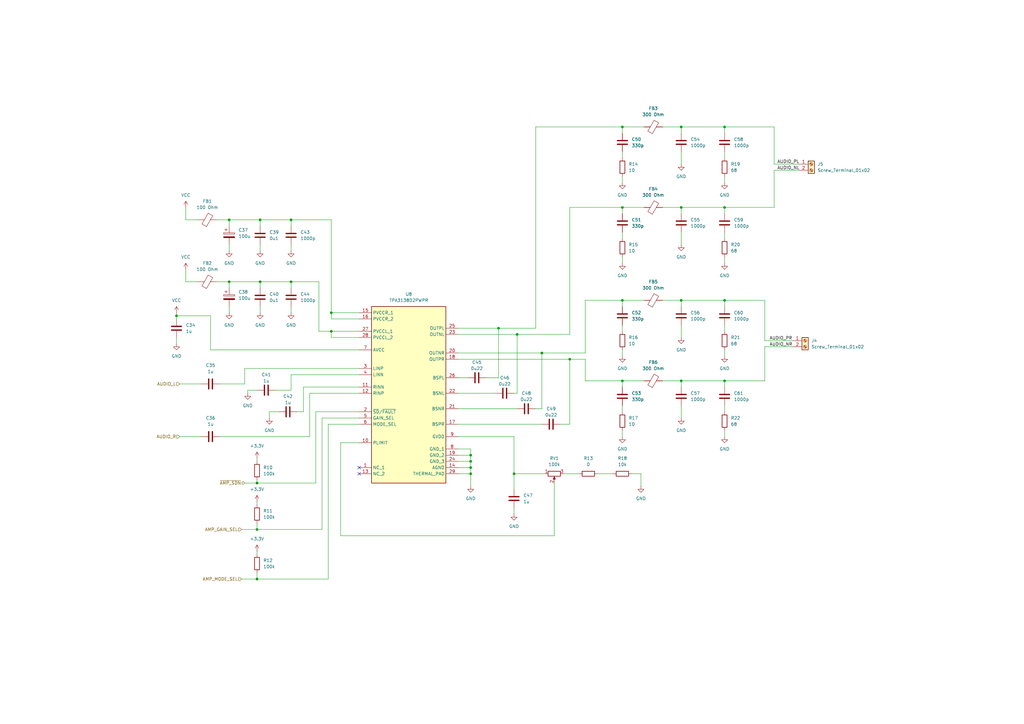
<source format=kicad_sch>
(kicad_sch (version 20230121) (generator eeschema)
  (paper "A3")
  (lib_symbols
    (symbol "Connector:Screw_Terminal_01x02" (pin_names (offset 1.016) hide)
      (property "Reference" "J" (at 0 2.54 0))
      (property "Value" "Screw_Terminal_01x02" (at 0 -5.08 0))
      (symbol "Screw_Terminal_01x02_1_1"
        (rectangle (start -1.27 1.27) (end 1.27 -3.81) (stroke (width 0.254)) (fill (type background)))
        (circle (center 0 -2.54) (radius 0.635) (stroke (width 0.1524)))
        (polyline (pts (xy -0.5334 -2.2098) (xy 0.3302 -3.048)) (stroke (width 0.1524)))
        (polyline (pts (xy -0.5334 0.3302) (xy 0.3302 -0.508)) (stroke (width 0.1524)))
        (polyline (pts (xy -0.3556 -2.032) (xy 0.508 -2.8702)) (stroke (width 0.1524)))
        (polyline (pts (xy -0.3556 0.508) (xy 0.508 -0.3302)) (stroke (width 0.1524)))
        (circle (center 0 0) (radius 0.635) (stroke (width 0.1524)))
        (pin passive line (at -5.08 0 0) (length 3.81) (name "Pin_1") (number "1"))
        (pin passive line (at -5.08 -2.54 0) (length 3.81) (name "Pin_2") (number "2"))
      )
    )
    (symbol "Device:C" (pin_numbers hide) (pin_names (offset 0.254))
      (property "Reference" "C" (at 0.635 2.54 0))
      (property "Value" "C" (at 0.635 -2.54 0))
      (symbol "C_0_1"
        (polyline (pts (xy -2.032 -0.762) (xy 2.032 -0.762)) (stroke (width 0.508)))
        (polyline (pts (xy -2.032 0.762) (xy 2.032 0.762)) (stroke (width 0.508)))
      )
      (symbol "C_1_1"
        (pin passive line (at 0 3.81 270) (length 2.794) (name "~") (number "1"))
        (pin passive line (at 0 -3.81 90) (length 2.794) (name "~") (number "2"))
      )
    )
    (symbol "Device:C_Polarized" (pin_numbers hide) (pin_names (offset 0.254))
      (property "Reference" "C" (at 0.635 2.54 0))
      (property "Value" "C_Polarized" (at 0.635 -2.54 0))
      (symbol "C_Polarized_0_1"
        (rectangle (start -2.286 0.508) (end 2.286 1.016))
        (polyline (pts (xy -1.778 2.286) (xy -0.762 2.286)))
        (polyline (pts (xy -1.27 2.794) (xy -1.27 1.778)))
        (rectangle (start 2.286 -0.508) (end -2.286 -1.016) (fill (type outline)))
      )
      (symbol "C_Polarized_1_1"
        (pin passive line (at 0 3.81 270) (length 2.794) (name "~") (number "1"))
        (pin passive line (at 0 -3.81 90) (length 2.794) (name "~") (number "2"))
      )
    )
    (symbol "Device:FerriteBead" (pin_numbers hide) (pin_names (offset 0))
      (property "Reference" "FB" (at -3.81 0.635 90))
      (property "Value" "FerriteBead" (at 3.81 0 90))
      (symbol "FerriteBead_0_1"
        (polyline (pts (xy 0 -1.27) (xy 0 -1.2192)))
        (polyline (pts (xy 0 1.27) (xy 0 1.2954)))
        (polyline (pts (xy -2.7686 0.4064) (xy -1.7018 2.2606) (xy 2.7686 -0.3048) (xy 1.6764 -2.159) (xy -2.7686 0.4064)))
      )
      (symbol "FerriteBead_1_1"
        (pin passive line (at 0 3.81 270) (length 2.54) (name "~") (number "1"))
        (pin passive line (at 0 -3.81 90) (length 2.54) (name "~") (number "2"))
      )
    )
    (symbol "Device:R" (pin_numbers hide) (pin_names (offset 0))
      (property "Reference" "R" (at 2.032 0 90))
      (property "Value" "R" (at 0 0 90))
      (symbol "R_0_1"
        (rectangle (start -1.016 -2.54) (end 1.016 2.54) (stroke (width 0.254)))
      )
      (symbol "R_1_1"
        (pin passive line (at 0 3.81 270) (length 1.27) (name "~") (number "1"))
        (pin passive line (at 0 -3.81 90) (length 1.27) (name "~") (number "2"))
      )
    )
    (symbol "Device:R_Potentiometer" (pin_names (offset 1.016) hide)
      (property "Reference" "RV" (at -4.445 0 90))
      (property "Value" "R_Potentiometer" (at -2.54 0 90))
      (symbol "R_Potentiometer_0_1"
        (polyline (pts (xy 2.54 0) (xy 1.524 0)))
        (polyline (pts (xy 1.143 0) (xy 2.286 0.508) (xy 2.286 -0.508) (xy 1.143 0)) (fill (type outline)))
        (rectangle (start 1.016 2.54) (end -1.016 -2.54) (stroke (width 0.254)))
      )
      (symbol "R_Potentiometer_1_1"
        (pin passive line (at 0 3.81 270) (length 1.27) (name "1") (number "1"))
        (pin passive line (at 3.81 0 180) (length 1.27) (name "2") (number "2"))
        (pin passive line (at 0 -3.81 90) (length 1.27) (name "3") (number "3"))
      )
    )
    (symbol "TPA3138D2PWPR_1"
      (property "Reference" "U" (at -15.24 40.64 0))
      (property "Value" "TPA3138D2PWPR" (at -15.24 38.1 0))
      (symbol "TPA3138D2PWPR_1_1_1"
        (rectangle (start -15.24 35.56) (end 15.24 -36.83) (stroke (width 0.254)) (fill (type background)))
        (pin passive line (at -20.32 -30.48 0) (length 5.08) (name "NC_1") (number "1"))
        (pin passive line (at -20.32 -20.32 0) (length 5.08) (name "PLIMIT") (number "10"))
        (pin passive line (at -20.32 2.54 0) (length 5.08) (name "RINN") (number "11"))
        (pin passive line (at -20.32 0 0) (length 5.08) (name "RINP") (number "12"))
        (pin passive line (at -20.32 -33.02 0) (length 5.08) (name "NC_2") (number "13"))
        (pin passive line (at 20.32 -30.48 180) (length 5.08) (name "AGND") (number "14"))
        (pin passive line (at -20.32 33.02 0) (length 5.08) (name "PVCCR_1") (number "15"))
        (pin passive line (at -20.32 30.48 0) (length 5.08) (name "PVCCR_2") (number "16"))
        (pin passive line (at 20.32 -12.7 180) (length 5.08) (name "BSPR") (number "17"))
        (pin passive line (at 20.32 13.97 180) (length 5.08) (name "OUTPR") (number "18"))
        (pin passive line (at 20.32 -25.4 180) (length 5.08) (name "GND_2") (number "19"))
        (pin passive line (at -20.32 -7.62 0) (length 5.08) (name "~{SD}/~{FAULT}") (number "2"))
        (pin passive line (at 20.32 16.51 180) (length 5.08) (name "OUTNR") (number "20"))
        (pin passive line (at 20.32 -6.35 180) (length 5.08) (name "BSNR") (number "21"))
        (pin passive line (at 20.32 0 180) (length 5.08) (name "BSNL") (number "22"))
        (pin passive line (at 20.32 24.13 180) (length 5.08) (name "OUTNL") (number "23"))
        (pin passive line (at 20.32 -27.94 180) (length 5.08) (name "GND_3") (number "24"))
        (pin passive line (at 20.32 26.67 180) (length 5.08) (name "OUTPL") (number "25"))
        (pin passive line (at 20.32 6.35 180) (length 5.08) (name "BSPL") (number "26"))
        (pin passive line (at -20.32 25.4 0) (length 5.08) (name "PVCCL_1") (number "27"))
        (pin passive line (at -20.32 22.86 0) (length 5.08) (name "PVCCL_2") (number "28"))
        (pin passive line (at 20.32 -33.02 180) (length 5.08) (name "THERMAL_PAD") (number "29"))
        (pin passive line (at -20.32 10.16 0) (length 5.08) (name "LINP") (number "3"))
        (pin passive line (at -20.32 7.62 0) (length 5.08) (name "LINN") (number "4"))
        (pin passive line (at -20.32 -10.16 0) (length 5.08) (name "GAIN_SEL") (number "5"))
        (pin passive line (at -20.32 -12.7 0) (length 5.08) (name "MODE_SEL") (number "6"))
        (pin passive line (at -20.32 17.78 0) (length 5.08) (name "AVCC") (number "7"))
        (pin passive line (at 20.32 -22.86 180) (length 5.08) (name "GND_1") (number "8"))
        (pin passive line (at 20.32 -17.78 180) (length 5.08) (name "GVDD") (number "9"))
      )
    )
    (symbol "power:+3.3V" (power) (pin_names (offset 0))
      (property "Value" "+3.3V" (at 0 3.556 0))
      (symbol "+3.3V_0_1"
        (polyline (pts (xy -0.762 1.27) (xy 0 2.54)))
        (polyline (pts (xy 0 0) (xy 0 2.54)))
        (polyline (pts (xy 0 2.54) (xy 0.762 1.27)))
      )
      (symbol "+3.3V_1_1"
        (pin power_in line (at 0 0 90) (length 0) hide (name "+3.3V") (number "1"))
      )
    )
    (symbol "power:GND" (power) (pin_names (offset 0))
      (property "Value" "GND" (at 0 -3.81 0))
      (symbol "GND_0_1"
        (polyline (pts (xy 0 0) (xy 0 -1.27) (xy 1.27 -1.27) (xy 0 -2.54) (xy -1.27 -1.27) (xy 0 -1.27)))
      )
      (symbol "GND_1_1"
        (pin power_in line (at 0 0 270) (length 0) hide (name "GND") (number "1"))
      )
    )
    (symbol "power:VCC" (power) (pin_names (offset 0))
      (property "Value" "VCC" (at 0 3.81 0))
      (symbol "VCC_0_1"
        (polyline (pts (xy -0.762 1.27) (xy 0 2.54)))
        (polyline (pts (xy 0 0) (xy 0 2.54)))
        (polyline (pts (xy 0 2.54) (xy 0.762 1.27)))
      )
      (symbol "VCC_1_1"
        (pin power_in line (at 0 0 90) (length 0) hide (name "VCC") (number "1"))
      )
    )
  )
  (junction (at 233.68 147.32))
  (junction (at 193.04 191.77))
  (junction (at 106.68 115.57))
  (junction (at 255.27 123.19))
  (junction (at 279.4 123.19))
  (junction (at 297.18 52.07))
  (junction (at 204.47 134.62))
  (junction (at 297.18 156.21))
  (junction (at 193.04 189.23))
  (junction (at 279.4 52.07))
  (junction (at 297.18 123.19))
  (junction (at 193.04 194.31))
  (junction (at 105.41 198.12))
  (junction (at 135.89 128.27))
  (junction (at 119.38 115.57))
  (junction (at 222.25 144.78))
  (junction (at 279.4 156.21))
  (junction (at 193.04 186.69))
  (junction (at 105.41 237.49))
  (junction (at 135.89 135.89))
  (junction (at 255.27 156.21))
  (junction (at 255.27 52.07))
  (junction (at 255.27 85.09))
  (junction (at 210.82 194.31))
  (junction (at 279.4 85.09))
  (junction (at 297.18 85.09))
  (junction (at 106.68 90.17))
  (junction (at 105.41 217.17))
  (junction (at 119.38 90.17))
  (junction (at 93.98 115.57))
  (junction (at 72.39 129.54))
  (junction (at 93.98 90.17))
  (junction (at 212.09 137.16))
  (no_connect (at 147.32 194.31))
  (no_connect (at 147.32 191.77))
  (wire (pts (xy 233.68 173.99) (xy 233.68 147.32)))
  (wire (pts (xy 187.96 189.23) (xy 193.04 189.23)))
  (wire (pts (xy 119.38 128.27) (xy 119.38 125.73)))
  (wire (pts (xy 262.89 194.31) (xy 262.89 199.39)))
  (wire (pts (xy 212.09 161.29) (xy 212.09 137.16)))
  (wire (pts (xy 187.96 137.16) (xy 212.09 137.16)))
  (wire (pts (xy 130.81 135.89) (xy 135.89 135.89)))
  (wire (pts (xy 187.96 154.94) (xy 191.77 154.94)))
  (wire (pts (xy 105.41 217.17) (xy 99.06 217.17)))
  (wire (pts (xy 279.4 52.07) (xy 279.4 54.61)))
  (wire (pts (xy 135.89 130.81) (xy 135.89 128.27)))
  (wire (pts (xy 297.18 123.19) (xy 279.4 123.19)))
  (wire (pts (xy 139.7 219.71) (xy 227.33 219.71)))
  (wire (pts (xy 210.82 194.31) (xy 210.82 200.66)))
  (wire (pts (xy 76.2 85.09) (xy 76.2 90.17)))
  (wire (pts (xy 240.03 147.32) (xy 240.03 156.21)))
  (wire (pts (xy 327.66 69.85) (xy 317.5 69.85)))
  (wire (pts (xy 317.5 69.85) (xy 317.5 85.09)))
  (wire (pts (xy 264.16 156.21) (xy 255.27 156.21)))
  (wire (pts (xy 233.68 85.09) (xy 255.27 85.09)))
  (wire (pts (xy 90.17 179.07) (xy 127 179.07)))
  (wire (pts (xy 204.47 134.62) (xy 219.71 134.62)))
  (wire (pts (xy 317.5 67.31) (xy 317.5 52.07)))
  (wire (pts (xy 135.89 138.43) (xy 147.32 138.43)))
  (wire (pts (xy 106.68 125.73) (xy 106.68 128.27)))
  (wire (pts (xy 279.4 123.19) (xy 279.4 125.73)))
  (wire (pts (xy 119.38 92.71) (xy 119.38 90.17)))
  (wire (pts (xy 147.32 128.27) (xy 135.89 128.27)))
  (wire (pts (xy 219.71 52.07) (xy 255.27 52.07)))
  (wire (pts (xy 86.36 129.54) (xy 86.36 143.51)))
  (wire (pts (xy 121.92 168.91) (xy 124.46 168.91)))
  (wire (pts (xy 317.5 85.09) (xy 297.18 85.09)))
  (wire (pts (xy 255.27 95.25) (xy 255.27 97.79)))
  (wire (pts (xy 297.18 105.41) (xy 297.18 107.95)))
  (wire (pts (xy 130.81 135.89) (xy 130.81 115.57)))
  (wire (pts (xy 106.68 118.11) (xy 106.68 115.57)))
  (wire (pts (xy 106.68 92.71) (xy 106.68 90.17)))
  (wire (pts (xy 124.46 168.91) (xy 124.46 158.75)))
  (wire (pts (xy 279.4 85.09) (xy 279.4 87.63)))
  (wire (pts (xy 119.38 153.67) (xy 119.38 160.02)))
  (wire (pts (xy 279.4 156.21) (xy 279.4 158.75)))
  (wire (pts (xy 119.38 102.87) (xy 119.38 100.33)))
  (wire (pts (xy 86.36 143.51) (xy 147.32 143.51)))
  (wire (pts (xy 187.96 161.29) (xy 203.2 161.29)))
  (wire (pts (xy 76.2 115.57) (xy 81.28 115.57)))
  (wire (pts (xy 129.54 168.91) (xy 129.54 198.12)))
  (wire (pts (xy 105.41 226.06) (xy 105.41 227.33)))
  (wire (pts (xy 271.78 52.07) (xy 279.4 52.07)))
  (wire (pts (xy 132.08 171.45) (xy 132.08 217.17)))
  (wire (pts (xy 139.7 181.61) (xy 139.7 219.71)))
  (wire (pts (xy 210.82 208.28) (xy 210.82 210.82)))
  (wire (pts (xy 297.18 133.35) (xy 297.18 135.89)))
  (wire (pts (xy 222.25 144.78) (xy 240.03 144.78)))
  (wire (pts (xy 105.41 237.49) (xy 99.06 237.49)))
  (wire (pts (xy 187.96 144.78) (xy 222.25 144.78)))
  (wire (pts (xy 255.27 52.07) (xy 255.27 54.61)))
  (wire (pts (xy 134.62 237.49) (xy 105.41 237.49)))
  (wire (pts (xy 147.32 153.67) (xy 119.38 153.67)))
  (wire (pts (xy 297.18 87.63) (xy 297.18 85.09)))
  (wire (pts (xy 264.16 52.07) (xy 255.27 52.07)))
  (wire (pts (xy 297.18 62.23) (xy 297.18 64.77)))
  (wire (pts (xy 135.89 90.17) (xy 119.38 90.17)))
  (wire (pts (xy 264.16 85.09) (xy 255.27 85.09)))
  (wire (pts (xy 105.41 214.63) (xy 105.41 217.17)))
  (wire (pts (xy 187.96 194.31) (xy 193.04 194.31)))
  (wire (pts (xy 147.32 130.81) (xy 135.89 130.81)))
  (wire (pts (xy 135.89 90.17) (xy 135.89 128.27)))
  (wire (pts (xy 227.33 219.71) (xy 227.33 198.12)))
  (wire (pts (xy 313.69 142.24) (xy 313.69 156.21)))
  (wire (pts (xy 297.18 52.07) (xy 279.4 52.07)))
  (wire (pts (xy 297.18 143.51) (xy 297.18 146.05)))
  (wire (pts (xy 106.68 100.33) (xy 106.68 102.87)))
  (wire (pts (xy 325.12 139.7) (xy 313.69 139.7)))
  (wire (pts (xy 193.04 194.31) (xy 193.04 199.39)))
  (wire (pts (xy 297.18 125.73) (xy 297.18 123.19)))
  (wire (pts (xy 187.96 184.15) (xy 193.04 184.15)))
  (wire (pts (xy 212.09 137.16) (xy 233.68 137.16)))
  (wire (pts (xy 245.11 194.31) (xy 251.46 194.31)))
  (wire (pts (xy 317.5 52.07) (xy 297.18 52.07)))
  (wire (pts (xy 101.6 160.02) (xy 101.6 161.29)))
  (wire (pts (xy 135.89 135.89) (xy 135.89 138.43)))
  (wire (pts (xy 204.47 154.94) (xy 204.47 134.62)))
  (wire (pts (xy 313.69 156.21) (xy 297.18 156.21)))
  (wire (pts (xy 147.32 173.99) (xy 134.62 173.99)))
  (wire (pts (xy 93.98 100.33) (xy 93.98 102.87)))
  (wire (pts (xy 100.33 151.13) (xy 147.32 151.13)))
  (wire (pts (xy 110.49 168.91) (xy 110.49 171.45)))
  (wire (pts (xy 93.98 115.57) (xy 93.98 118.11)))
  (wire (pts (xy 134.62 173.99) (xy 134.62 237.49)))
  (wire (pts (xy 187.96 167.64) (xy 212.09 167.64)))
  (wire (pts (xy 240.03 156.21) (xy 255.27 156.21)))
  (wire (pts (xy 119.38 160.02) (xy 113.03 160.02)))
  (wire (pts (xy 271.78 156.21) (xy 279.4 156.21)))
  (wire (pts (xy 76.2 90.17) (xy 81.28 90.17)))
  (wire (pts (xy 147.32 168.91) (xy 129.54 168.91)))
  (wire (pts (xy 135.89 135.89) (xy 147.32 135.89)))
  (wire (pts (xy 313.69 123.19) (xy 297.18 123.19)))
  (wire (pts (xy 279.4 62.23) (xy 279.4 67.31)))
  (wire (pts (xy 105.41 234.95) (xy 105.41 237.49)))
  (wire (pts (xy 297.18 72.39) (xy 297.18 74.93)))
  (wire (pts (xy 187.96 179.07) (xy 210.82 179.07)))
  (wire (pts (xy 255.27 123.19) (xy 255.27 125.73)))
  (wire (pts (xy 231.14 194.31) (xy 237.49 194.31)))
  (wire (pts (xy 119.38 118.11) (xy 119.38 115.57)))
  (wire (pts (xy 313.69 139.7) (xy 313.69 123.19)))
  (wire (pts (xy 147.32 161.29) (xy 127 161.29)))
  (wire (pts (xy 210.82 161.29) (xy 212.09 161.29)))
  (wire (pts (xy 255.27 156.21) (xy 255.27 158.75)))
  (wire (pts (xy 76.2 110.49) (xy 76.2 115.57)))
  (wire (pts (xy 222.25 144.78) (xy 222.25 167.64)))
  (wire (pts (xy 193.04 184.15) (xy 193.04 186.69)))
  (wire (pts (xy 124.46 158.75) (xy 147.32 158.75)))
  (wire (pts (xy 297.18 54.61) (xy 297.18 52.07)))
  (wire (pts (xy 219.71 167.64) (xy 222.25 167.64)))
  (wire (pts (xy 187.96 134.62) (xy 204.47 134.62)))
  (wire (pts (xy 127 161.29) (xy 127 179.07)))
  (wire (pts (xy 187.96 191.77) (xy 193.04 191.77)))
  (wire (pts (xy 93.98 90.17) (xy 93.98 92.71)))
  (wire (pts (xy 279.4 166.37) (xy 279.4 171.45)))
  (wire (pts (xy 187.96 173.99) (xy 222.25 173.99)))
  (wire (pts (xy 72.39 128.27) (xy 72.39 129.54)))
  (wire (pts (xy 271.78 123.19) (xy 279.4 123.19)))
  (wire (pts (xy 233.68 137.16) (xy 233.68 85.09)))
  (wire (pts (xy 72.39 129.54) (xy 86.36 129.54)))
  (wire (pts (xy 255.27 176.53) (xy 255.27 179.07)))
  (wire (pts (xy 199.39 154.94) (xy 204.47 154.94)))
  (wire (pts (xy 271.78 85.09) (xy 279.4 85.09)))
  (wire (pts (xy 132.08 171.45) (xy 147.32 171.45)))
  (wire (pts (xy 255.27 166.37) (xy 255.27 168.91)))
  (wire (pts (xy 259.08 194.31) (xy 262.89 194.31)))
  (wire (pts (xy 73.66 179.07) (xy 82.55 179.07)))
  (wire (pts (xy 229.87 173.99) (xy 233.68 173.99)))
  (wire (pts (xy 255.27 143.51) (xy 255.27 146.05)))
  (wire (pts (xy 255.27 62.23) (xy 255.27 64.77)))
  (wire (pts (xy 72.39 129.54) (xy 72.39 130.81)))
  (wire (pts (xy 240.03 144.78) (xy 240.03 123.19)))
  (wire (pts (xy 88.9 90.17) (xy 93.98 90.17)))
  (wire (pts (xy 193.04 189.23) (xy 193.04 191.77)))
  (wire (pts (xy 255.27 85.09) (xy 255.27 87.63)))
  (wire (pts (xy 105.41 196.85) (xy 105.41 198.12)))
  (wire (pts (xy 105.41 205.74) (xy 105.41 207.01)))
  (wire (pts (xy 130.81 115.57) (xy 119.38 115.57)))
  (wire (pts (xy 279.4 95.25) (xy 279.4 100.33)))
  (wire (pts (xy 187.96 147.32) (xy 233.68 147.32)))
  (wire (pts (xy 88.9 115.57) (xy 93.98 115.57)))
  (wire (pts (xy 93.98 115.57) (xy 106.68 115.57)))
  (wire (pts (xy 210.82 194.31) (xy 223.52 194.31)))
  (wire (pts (xy 193.04 191.77) (xy 193.04 194.31)))
  (wire (pts (xy 297.18 176.53) (xy 297.18 179.07)))
  (wire (pts (xy 129.54 198.12) (xy 105.41 198.12)))
  (wire (pts (xy 297.18 158.75) (xy 297.18 156.21)))
  (wire (pts (xy 93.98 90.17) (xy 106.68 90.17)))
  (wire (pts (xy 240.03 123.19) (xy 255.27 123.19)))
  (wire (pts (xy 297.18 85.09) (xy 279.4 85.09)))
  (wire (pts (xy 105.41 187.96) (xy 105.41 189.23)))
  (wire (pts (xy 147.32 181.61) (xy 139.7 181.61)))
  (wire (pts (xy 73.66 157.48) (xy 82.55 157.48)))
  (wire (pts (xy 105.41 160.02) (xy 101.6 160.02)))
  (wire (pts (xy 327.66 67.31) (xy 317.5 67.31)))
  (wire (pts (xy 297.18 95.25) (xy 297.18 97.79)))
  (wire (pts (xy 100.33 198.12) (xy 105.41 198.12)))
  (wire (pts (xy 119.38 90.17) (xy 106.68 90.17)))
  (wire (pts (xy 132.08 217.17) (xy 105.41 217.17)))
  (wire (pts (xy 255.27 72.39) (xy 255.27 74.93)))
  (wire (pts (xy 297.18 166.37) (xy 297.18 168.91)))
  (wire (pts (xy 93.98 125.73) (xy 93.98 128.27)))
  (wire (pts (xy 233.68 147.32) (xy 240.03 147.32)))
  (wire (pts (xy 255.27 105.41) (xy 255.27 107.95)))
  (wire (pts (xy 279.4 133.35) (xy 279.4 138.43)))
  (wire (pts (xy 264.16 123.19) (xy 255.27 123.19)))
  (wire (pts (xy 325.12 142.24) (xy 313.69 142.24)))
  (wire (pts (xy 72.39 138.43) (xy 72.39 140.97)))
  (wire (pts (xy 255.27 133.35) (xy 255.27 135.89)))
  (wire (pts (xy 219.71 134.62) (xy 219.71 52.07)))
  (wire (pts (xy 114.3 168.91) (xy 110.49 168.91)))
  (wire (pts (xy 90.17 157.48) (xy 100.33 157.48)))
  (wire (pts (xy 210.82 179.07) (xy 210.82 194.31)))
  (wire (pts (xy 119.38 115.57) (xy 106.68 115.57)))
  (wire (pts (xy 187.96 186.69) (xy 193.04 186.69)))
  (wire (pts (xy 100.33 157.48) (xy 100.33 151.13)))
  (wire (pts (xy 297.18 156.21) (xy 279.4 156.21)))
  (wire (pts (xy 193.04 186.69) (xy 193.04 189.23)))
  (label "AUDIO_NL" (at 318.77 69.85 0))
  (label "AUDIO_NR" (at 315.595 142.24 0))
  (label "AUDIO_PR" (at 315.595 139.7 0))
  (label "AUDIO_PL" (at 318.77 67.31 0))
  (hierarchical_label "~{AMP_SDN}" (shape bidirectional) (at 100.33 198.12 180))
  (hierarchical_label "AMP_GAIN_SEL" (shape input) (at 99.06 217.17 180))
  (hierarchical_label "AUDIO_R" (shape input) (at 73.66 179.07 180))
  (hierarchical_label "AMP_MODE_SEL" (shape input) (at 99.06 237.49 180))
  (hierarchical_label "AUDIO_L" (shape input) (at 73.66 157.48 180))
  (symbol (lib_id "Device:C") (at 118.11 168.91 90) (unit 1)
    (property "Reference" "C42" (at 118.11 162.56 90))
    (property "Value" "1u" (at 118.11 165.1 90))
    (property "Footprint" "Capacitor_SMD:C_0603_1608Metric" (effects hide))
  )
  (symbol (lib_id "power:GND") (at 255.27 107.95 0) (unit 1)
    (property "Reference" "#PWR059" (effects hide))
    (property "Value" "GND" (at 255.27 113.03 0))
  )
  (symbol (lib_id "power:GND") (at 93.98 102.87 0) (unit 1)
    (property "Reference" "#PWR045" (effects hide))
    (property "Value" "GND" (at 93.98 107.95 0))
  )
  (symbol (lib_id "power:GND") (at 101.6 161.29 0) (unit 1)
    (property "Reference" "#PWR047" (effects hide))
    (property "Value" "GND" (at 101.6 166.37 0))
  )
  (symbol (lib_id "power:GND") (at 279.4 67.31 0) (unit 1)
    (property "Reference" "#PWR063" (effects hide))
    (property "Value" "GND" (at 279.4 72.39 0))
  )
  (symbol (lib_id "Device:R") (at 297.18 101.6 0) (unit 1)
    (property "Reference" "R20" (at 299.72 100.33 0) (effects (justify left)))
    (property "Value" "68" (at 299.72 102.87 0) (effects (justify left)))
    (property "Footprint" "Resistor_SMD:R_0603_1608Metric" (effects hide))
  )
  (symbol (lib_id "power:VCC") (at 72.39 128.27 0) (unit 1)
    (property "Reference" "#PWR041" (effects hide))
    (property "Value" "VCC" (at 72.39 123.19 0))
  )
  (symbol (lib_id "power:GND") (at 106.68 102.87 0) (unit 1)
    (property "Reference" "#PWR051" (effects hide))
    (property "Value" "GND" (at 106.68 107.95 0))
  )
  (symbol (lib_id "Device:C") (at 279.4 129.54 0) (unit 1)
    (property "Reference" "C56" (at 283.21 128.27 0) (effects (justify left)))
    (property "Value" "1000p" (at 283.21 130.81 0) (effects (justify left)))
    (property "Footprint" "Capacitor_SMD:C_0603_1608Metric" (effects hide))
  )
  (symbol (lib_id "Device:R") (at 105.41 193.04 0) (unit 1)
    (property "Reference" "R10" (at 107.95 191.77 0) (effects (justify left)))
    (property "Value" "100k" (at 107.95 194.31 0) (effects (justify left)))
    (property "Footprint" "Resistor_SMD:R_0402_1005Metric" (effects hide))
  )
  (symbol (lib_id "Device:C") (at 207.01 161.29 90) (unit 1)
    (property "Reference" "C46" (at 207.01 154.94 90))
    (property "Value" "0u22" (at 207.01 157.48 90))
    (property "Footprint" "Capacitor_SMD:C_0603_1608Metric" (effects hide))
  )
  (symbol (lib_id "Device:C") (at 297.18 129.54 0) (unit 1)
    (property "Reference" "C60" (at 300.99 128.27 0) (effects (justify left)))
    (property "Value" "1000p" (at 300.99 130.81 0) (effects (justify left)))
    (property "Footprint" "Capacitor_SMD:C_0603_1608Metric" (effects hide))
  )
  (symbol (lib_id "Device:C") (at 106.68 96.52 0) (unit 1)
    (property "Reference" "C39" (at 110.49 95.25 0) (effects (justify left)))
    (property "Value" "0u1" (at 110.49 97.79 0) (effects (justify left)))
    (property "Footprint" "Capacitor_SMD:C_0603_1608Metric" (effects hide))
  )
  (symbol (lib_id "Device:R") (at 255.27 194.31 90) (unit 1)
    (property "Reference" "R18" (at 255.27 187.96 90))
    (property "Value" "10k" (at 255.27 190.5 90))
    (property "Footprint" "Resistor_SMD:R_0402_1005Metric" (effects hide))
  )
  (symbol (lib_id "Device:C") (at 255.27 129.54 0) (unit 1)
    (property "Reference" "C52" (at 259.08 128.27 0) (effects (justify left)))
    (property "Value" "330p" (at 259.08 130.81 0) (effects (justify left)))
    (property "Footprint" "Capacitor_SMD:C_0603_1608Metric" (effects hide))
  )
  (symbol (lib_id "power:GND") (at 210.82 210.82 0) (unit 1)
    (property "Reference" "#PWR057" (effects hide))
    (property "Value" "GND" (at 210.82 215.9 0))
  )
  (symbol (lib_name "TPA3138D2PWPR_1") (lib_id "lib:TPA3138D2PWPR") (at 167.64 161.29 0) (unit 1)
    (property "Reference" "U8" (at 167.64 120.65 0))
    (property "Value" "TPA3138D2PWPR" (at 167.64 123.19 0))
    (property "Footprint" "Package_SO:HTSSOP-28-1EP_4.4x9.7mm_P0.65mm_EP2.85x5.4mm_ThermalVias" (effects hide))
    (property "Datasheet" "http://www.ti.com/lit/gpn/tpa3138d2" (effects hide))
    (property "Height" "1.2" (effects hide))
    (property "Manufacturer_Name" "Texas Instruments" (effects hide))
    (property "Manufacturer_Part_Number" "TPA3138D2PWPR" (effects hide))
    (property "Mouser Part Number" "595-TPA3138D2PWPR" (effects hide))
    (property "Mouser Price/Stock" "https://www.mouser.co.uk/ProductDetail/Texas-Instruments/TPA3138D2PWPR?qs=fAHHVMwC%252BbipgX0F9%252BCw8A%3D%3D" (effects hide))
    (property "Arrow Part Number" "TPA3138D2PWPR" (effects hide))
    (property "Arrow Price/Stock" "https://www.arrow.com/en/products/tpa3138d2pwpr/texas-instruments?region=nac" (effects hide))
  )
  (symbol (lib_id "power:GND") (at 119.38 102.87 0) (unit 1)
    (property "Reference" "#PWR054" (effects hide))
    (property "Value" "GND" (at 119.38 107.95 0))
  )
  (symbol (lib_id "Device:C") (at 109.22 160.02 90) (unit 1)
    (property "Reference" "C41" (at 109.22 153.67 90))
    (property "Value" "1u" (at 109.22 156.21 90))
    (property "Footprint" "Capacitor_SMD:C_0603_1608Metric" (effects hide))
  )
  (symbol (lib_id "Device:FerriteBead") (at 267.97 85.09 90) (unit 1)
    (property "Reference" "FB4" (at 267.9192 77.47 90))
    (property "Value" "300 Ohm" (at 267.9192 80.01 90))
    (property "Footprint" "Inductor_SMD:L_0805_2012Metric" (effects hide))
  )
  (symbol (lib_id "Device:C") (at 210.82 204.47 0) (unit 1)
    (property "Reference" "C47" (at 214.63 203.2 0) (effects (justify left)))
    (property "Value" "1u" (at 214.63 205.74 0) (effects (justify left)))
    (property "Footprint" "Capacitor_SMD:C_0603_1608Metric" (effects hide))
  )
  (symbol (lib_id "power:+3.3V") (at 105.41 226.06 0) (unit 1)
    (property "Reference" "#PWR050" (effects hide))
    (property "Value" "+3.3V" (at 105.41 220.98 0))
  )
  (symbol (lib_id "power:GND") (at 193.04 199.39 0) (unit 1)
    (property "Reference" "#PWR056" (effects hide))
    (property "Value" "GND" (at 193.04 204.47 0))
  )
  (symbol (lib_id "power:VCC") (at 76.2 85.09 0) (unit 1)
    (property "Reference" "#PWR043" (effects hide))
    (property "Value" "VCC" (at 76.2 80.01 0))
  )
  (symbol (lib_id "Connector:Screw_Terminal_01x02") (at 332.74 67.31 0) (unit 1)
    (property "Reference" "J5" (at 335.28 67.31 0) (effects (justify left)))
    (property "Value" "Screw_Terminal_01x02" (at 335.28 69.85 0) (effects (justify left)))
    (property "Footprint" "TerminalBlock_MetzConnect:TerminalBlock_MetzConnect_Type011_RT05502HBWC_1x02_P5.00mm_Horizontal" (effects hide))
  )
  (symbol (lib_id "Device:C_Polarized") (at 93.98 121.92 0) (unit 1)
    (property "Reference" "C38" (at 97.79 119.761 0) (effects (justify left)))
    (property "Value" "100u" (at 97.79 122.301 0) (effects (justify left)))
    (property "Footprint" "Capacitor_SMD:CP_Elec_8x10" (effects hide))
  )
  (symbol (lib_id "power:GND") (at 255.27 146.05 0) (unit 1)
    (property "Reference" "#PWR060" (effects hide))
    (property "Value" "GND" (at 255.27 151.13 0))
  )
  (symbol (lib_id "Device:C") (at 86.36 179.07 90) (unit 1)
    (property "Reference" "C36" (at 86.36 171.45 90))
    (property "Value" "1u" (at 86.36 173.99 90))
    (property "Footprint" "Capacitor_SMD:C_0603_1608Metric" (effects hide))
  )
  (symbol (lib_id "Device:C") (at 195.58 154.94 90) (unit 1)
    (property "Reference" "C45" (at 195.58 148.59 90))
    (property "Value" "0u22" (at 195.58 151.13 90))
    (property "Footprint" "Capacitor_SMD:C_0603_1608Metric" (effects hide))
  )
  (symbol (lib_id "Device:C") (at 297.18 58.42 0) (unit 1)
    (property "Reference" "C58" (at 300.99 57.15 0) (effects (justify left)))
    (property "Value" "1000p" (at 300.99 59.69 0) (effects (justify left)))
    (property "Footprint" "Capacitor_SMD:C_0603_1608Metric" (effects hide))
  )
  (symbol (lib_id "power:GND") (at 279.4 171.45 0) (unit 1)
    (property "Reference" "#PWR066" (effects hide))
    (property "Value" "GND" (at 279.4 176.53 0))
  )
  (symbol (lib_id "Connector:Screw_Terminal_01x02") (at 330.2 139.7 0) (unit 1)
    (property "Reference" "J4" (at 332.74 139.7 0) (effects (justify left)))
    (property "Value" "Screw_Terminal_01x02" (at 332.74 142.24 0) (effects (justify left)))
    (property "Footprint" "TerminalBlock_MetzConnect:TerminalBlock_MetzConnect_Type011_RT05502HBWC_1x02_P5.00mm_Horizontal" (effects hide))
  )
  (symbol (lib_id "power:GND") (at 279.4 100.33 0) (unit 1)
    (property "Reference" "#PWR064" (effects hide))
    (property "Value" "GND" (at 279.4 105.41 0))
  )
  (symbol (lib_id "Device:FerriteBead") (at 267.97 123.19 90) (unit 1)
    (property "Reference" "FB5" (at 267.9192 115.57 90))
    (property "Value" "300 Ohm" (at 267.9192 118.11 90))
    (property "Footprint" "Inductor_SMD:L_0805_2012Metric" (effects hide))
  )
  (symbol (lib_id "Device:R") (at 105.41 231.14 0) (unit 1)
    (property "Reference" "R12" (at 107.95 229.87 0) (effects (justify left)))
    (property "Value" "100k" (at 107.95 232.41 0) (effects (justify left)))
    (property "Footprint" "Resistor_SMD:R_0402_1005Metric" (effects hide))
  )
  (symbol (lib_id "Device:R") (at 241.3 194.31 90) (unit 1)
    (property "Reference" "R13" (at 241.3 187.96 90))
    (property "Value" "0" (at 241.3 190.5 90))
    (property "Footprint" "Resistor_SMD:R_0402_1005Metric" (effects hide))
  )
  (symbol (lib_id "power:GND") (at 262.89 199.39 0) (unit 1)
    (property "Reference" "#PWR062" (effects hide))
    (property "Value" "GND" (at 262.89 204.47 0))
  )
  (symbol (lib_id "Device:C") (at 226.06 173.99 90) (unit 1)
    (property "Reference" "C49" (at 226.06 167.64 90))
    (property "Value" "0u22" (at 226.06 170.18 90))
    (property "Footprint" "Capacitor_SMD:C_0603_1608Metric" (effects hide))
  )
  (symbol (lib_id "power:+3.3V") (at 105.41 187.96 0) (unit 1)
    (property "Reference" "#PWR048" (effects hide))
    (property "Value" "+3.3V" (at 105.41 182.88 0))
  )
  (symbol (lib_id "Device:R") (at 297.18 68.58 0) (unit 1)
    (property "Reference" "R19" (at 299.72 67.31 0) (effects (justify left)))
    (property "Value" "68" (at 299.72 69.85 0) (effects (justify left)))
    (property "Footprint" "Resistor_SMD:R_0603_1608Metric" (effects hide))
  )
  (symbol (lib_id "Device:FerriteBead") (at 267.97 156.21 90) (unit 1)
    (property "Reference" "FB6" (at 267.9192 148.59 90))
    (property "Value" "300 Ohm" (at 267.9192 151.13 90))
    (property "Footprint" "Inductor_SMD:L_0805_2012Metric" (effects hide))
  )
  (symbol (lib_id "power:GND") (at 110.49 171.45 0) (unit 1)
    (property "Reference" "#PWR053" (effects hide))
    (property "Value" "GND" (at 110.49 176.53 0))
  )
  (symbol (lib_id "power:GND") (at 119.38 128.27 0) (unit 1)
    (property "Reference" "#PWR055" (effects hide))
    (property "Value" "GND" (at 119.38 133.35 0))
  )
  (symbol (lib_id "power:+3.3V") (at 105.41 205.74 0) (unit 1)
    (property "Reference" "#PWR049" (effects hide))
    (property "Value" "+3.3V" (at 105.41 200.66 0))
  )
  (symbol (lib_id "Device:C") (at 86.36 157.48 90) (unit 1)
    (property "Reference" "C35" (at 86.36 149.86 90))
    (property "Value" "1u" (at 86.36 152.4 90))
    (property "Footprint" "Capacitor_SMD:C_0603_1608Metric" (effects hide))
  )
  (symbol (lib_id "Device:C") (at 297.18 162.56 0) (unit 1)
    (property "Reference" "C61" (at 300.99 161.29 0) (effects (justify left)))
    (property "Value" "1000p" (at 300.99 163.83 0) (effects (justify left)))
    (property "Footprint" "Capacitor_SMD:C_0603_1608Metric" (effects hide))
  )
  (symbol (lib_id "power:GND") (at 297.18 146.05 0) (unit 1)
    (property "Reference" "#PWR069" (effects hide))
    (property "Value" "GND" (at 297.18 151.13 0))
  )
  (symbol (lib_id "Device:C") (at 255.27 91.44 0) (unit 1)
    (property "Reference" "C51" (at 259.08 90.17 0) (effects (justify left)))
    (property "Value" "330p" (at 259.08 92.71 0) (effects (justify left)))
    (property "Footprint" "Capacitor_SMD:C_0603_1608Metric" (effects hide))
  )
  (symbol (lib_id "Device:FerriteBead") (at 85.09 115.57 90) (unit 1)
    (property "Reference" "FB2" (at 85.0392 107.95 90))
    (property "Value" "100 Ohm" (at 85.0392 110.49 90))
    (property "Footprint" "Inductor_SMD:L_0805_2012Metric" (effects hide))
  )
  (symbol (lib_id "power:GND") (at 297.18 74.93 0) (unit 1)
    (property "Reference" "#PWR067" (effects hide))
    (property "Value" "GND" (at 297.18 80.01 0))
  )
  (symbol (lib_id "Device:R_Potentiometer") (at 227.33 194.31 90) (mirror x) (unit 1)
    (property "Reference" "RV1" (at 227.33 187.96 90))
    (property "Value" "100k" (at 227.33 190.5 90))
    (property "Footprint" "Potentiometer_SMD:Potentiometer_Bourns_3314G_Vertical" (effects hide))
  )
  (symbol (lib_id "Device:R") (at 297.18 172.72 0) (unit 1)
    (property "Reference" "R22" (at 299.72 171.45 0) (effects (justify left)))
    (property "Value" "68" (at 299.72 173.99 0) (effects (justify left)))
    (property "Footprint" "Resistor_SMD:R_0603_1608Metric" (effects hide))
  )
  (symbol (lib_id "Device:C") (at 279.4 162.56 0) (unit 1)
    (property "Reference" "C57" (at 283.21 161.29 0) (effects (justify left)))
    (property "Value" "1000p" (at 283.21 163.83 0) (effects (justify left)))
    (property "Footprint" "Capacitor_SMD:C_0603_1608Metric" (effects hide))
  )
  (symbol (lib_id "Device:FerriteBead") (at 85.09 90.17 90) (unit 1)
    (property "Reference" "FB1" (at 85.0392 82.55 90))
    (property "Value" "100 Ohm" (at 85.0392 85.09 90))
    (property "Footprint" "Inductor_SMD:L_0805_2012Metric" (effects hide))
  )
  (symbol (lib_id "Device:C") (at 255.27 58.42 0) (unit 1)
    (property "Reference" "C50" (at 259.08 57.15 0) (effects (justify left)))
    (property "Value" "330p" (at 259.08 59.69 0) (effects (justify left)))
    (property "Footprint" "Capacitor_SMD:C_0603_1608Metric" (effects hide))
  )
  (symbol (lib_id "Device:C") (at 215.9 167.64 90) (unit 1)
    (property "Reference" "C48" (at 215.9 161.29 90))
    (property "Value" "0u22" (at 215.9 163.83 90))
    (property "Footprint" "Capacitor_SMD:C_0603_1608Metric" (effects hide))
  )
  (symbol (lib_id "power:GND") (at 297.18 107.95 0) (unit 1)
    (property "Reference" "#PWR068" (effects hide))
    (property "Value" "GND" (at 297.18 113.03 0))
  )
  (symbol (lib_id "power:GND") (at 93.98 128.27 0) (unit 1)
    (property "Reference" "#PWR046" (effects hide))
    (property "Value" "GND" (at 93.98 133.35 0))
  )
  (symbol (lib_id "power:GND") (at 255.27 74.93 0) (unit 1)
    (property "Reference" "#PWR058" (effects hide))
    (property "Value" "GND" (at 255.27 80.01 0))
  )
  (symbol (lib_id "power:GND") (at 255.27 179.07 0) (unit 1)
    (property "Reference" "#PWR061" (effects hide))
    (property "Value" "GND" (at 255.27 184.15 0))
  )
  (symbol (lib_id "Device:R") (at 297.18 139.7 0) (unit 1)
    (property "Reference" "R21" (at 299.72 138.43 0) (effects (justify left)))
    (property "Value" "68" (at 299.72 140.97 0) (effects (justify left)))
    (property "Footprint" "Resistor_SMD:R_0603_1608Metric" (effects hide))
  )
  (symbol (lib_id "power:GND") (at 279.4 138.43 0) (unit 1)
    (property "Reference" "#PWR065" (effects hide))
    (property "Value" "GND" (at 279.4 143.51 0))
  )
  (symbol (lib_id "Device:R") (at 255.27 172.72 0) (unit 1)
    (property "Reference" "R17" (at 257.81 171.45 0) (effects (justify left)))
    (property "Value" "10" (at 257.81 173.99 0) (effects (justify left)))
    (property "Footprint" "Resistor_SMD:R_0603_1608Metric" (effects hide))
  )
  (symbol (lib_id "Device:R") (at 255.27 68.58 0) (unit 1)
    (property "Reference" "R14" (at 257.81 67.31 0) (effects (justify left)))
    (property "Value" "10" (at 257.81 69.85 0) (effects (justify left)))
    (property "Footprint" "Resistor_SMD:R_0603_1608Metric" (effects hide))
  )
  (symbol (lib_id "power:GND") (at 106.68 128.27 0) (unit 1)
    (property "Reference" "#PWR052" (effects hide))
    (property "Value" "GND" (at 106.68 133.35 0))
  )
  (symbol (lib_id "Device:R") (at 255.27 139.7 0) (unit 1)
    (property "Reference" "R16" (at 257.81 138.43 0) (effects (justify left)))
    (property "Value" "10" (at 257.81 140.97 0) (effects (justify left)))
    (property "Footprint" "Resistor_SMD:R_0603_1608Metric" (effects hide))
  )
  (symbol (lib_id "Device:C") (at 72.39 134.62 0) (unit 1)
    (property "Reference" "C34" (at 76.2 133.35 0) (effects (justify left)))
    (property "Value" "1u" (at 76.2 135.89 0) (effects (justify left)))
    (property "Footprint" "Capacitor_SMD:C_0603_1608Metric" (effects hide))
  )
  (symbol (lib_id "Device:C") (at 119.38 121.92 0) (unit 1)
    (property "Reference" "C44" (at 123.19 120.65 0) (effects (justify left)))
    (property "Value" "1000p" (at 123.19 123.19 0) (effects (justify left)))
    (property "Footprint" "Capacitor_SMD:C_0603_1608Metric" (effects hide))
  )
  (symbol (lib_id "power:GND") (at 72.39 140.97 0) (unit 1)
    (property "Reference" "#PWR042" (effects hide))
    (property "Value" "GND" (at 72.39 146.05 0))
  )
  (symbol (lib_id "power:VCC") (at 76.2 110.49 0) (unit 1)
    (property "Reference" "#PWR044" (effects hide))
    (property "Value" "VCC" (at 76.2 105.41 0))
  )
  (symbol (lib_id "Device:C") (at 279.4 58.42 0) (unit 1)
    (property "Reference" "C54" (at 283.21 57.15 0) (effects (justify left)))
    (property "Value" "1000p" (at 283.21 59.69 0) (effects (justify left)))
    (property "Footprint" "Capacitor_SMD:C_0603_1608Metric" (effects hide))
  )
  (symbol (lib_id "Device:C") (at 255.27 162.56 0) (unit 1)
    (property "Reference" "C53" (at 259.08 161.29 0) (effects (justify left)))
    (property "Value" "330p" (at 259.08 163.83 0) (effects (justify left)))
    (property "Footprint" "Capacitor_SMD:C_0603_1608Metric" (effects hide))
  )
  (symbol (lib_id "Device:C") (at 119.38 96.52 0) (unit 1)
    (property "Reference" "C43" (at 123.19 95.25 0) (effects (justify left)))
    (property "Value" "1000p" (at 123.19 97.79 0) (effects (justify left)))
    (property "Footprint" "Capacitor_SMD:C_0603_1608Metric" (effects hide))
  )
  (symbol (lib_id "power:GND") (at 297.18 179.07 0) (unit 1)
    (property "Reference" "#PWR070" (effects hide))
    (property "Value" "GND" (at 297.18 184.15 0))
  )
  (symbol (lib_id "Device:C_Polarized") (at 93.98 96.52 0) (unit 1)
    (property "Reference" "C37" (at 97.79 94.361 0) (effects (justify left)))
    (property "Value" "100u" (at 97.79 96.901 0) (effects (justify left)))
    (property "Footprint" "Capacitor_SMD:CP_Elec_8x10" (effects hide))
  )
  (symbol (lib_id "Device:FerriteBead") (at 267.97 52.07 90) (unit 1)
    (property "Reference" "FB3" (at 267.9192 44.45 90))
    (property "Value" "300 Ohm" (at 267.9192 46.99 90))
    (property "Footprint" "Inductor_SMD:L_0805_2012Metric" (effects hide))
  )
  (symbol (lib_id "Device:C") (at 297.18 91.44 0) (unit 1)
    (property "Reference" "C59" (at 300.99 90.17 0) (effects (justify left)))
    (property "Value" "1000p" (at 300.99 92.71 0) (effects (justify left)))
    (property "Footprint" "Capacitor_SMD:C_0603_1608Metric" (effects hide))
  )
  (symbol (lib_id "Device:R") (at 105.41 210.82 0) (unit 1)
    (property "Reference" "R11" (at 107.95 209.55 0) (effects (justify left)))
    (property "Value" "100k" (at 107.95 212.09 0) (effects (justify left)))
    (property "Footprint" "Resistor_SMD:R_0402_1005Metric" (effects hide))
  )
  (symbol (lib_id "Device:C") (at 106.68 121.92 0) (unit 1)
    (property "Reference" "C40" (at 110.49 120.65 0) (effects (justify left)))
    (property "Value" "0u1" (at 110.49 123.19 0) (effects (justify left)))
    (property "Footprint" "Capacitor_SMD:C_0603_1608Metric" (effects hide))
  )
  (symbol (lib_id "Device:C") (at 279.4 91.44 0) (unit 1)
    (property "Reference" "C55" (at 283.21 90.17 0) (effects (justify left)))
    (property "Value" "1000p" (at 283.21 92.71 0) (effects (justify left)))
    (property "Footprint" "Capacitor_SMD:C_0603_1608Metric" (effects hide))
  )
  (symbol (lib_id "Device:R") (at 255.27 101.6 0) (unit 1)
    (property "Reference" "R15" (at 257.81 100.33 0) (effects (justify left)))
    (property "Value" "10" (at 257.81 102.87 0) (effects (justify left)))
    (property "Footprint" "Resistor_SMD:R_0603_1608Metric" (effects hide))
  )
)
</source>
